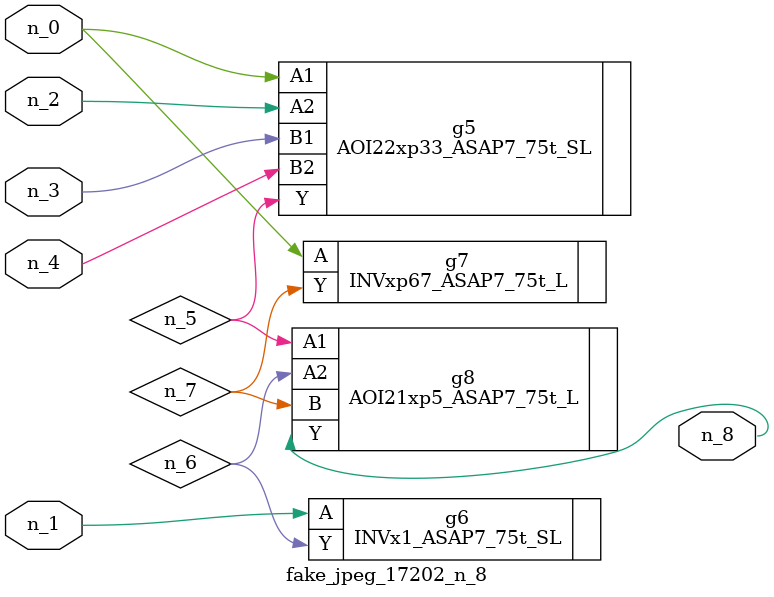
<source format=v>
module fake_jpeg_17202_n_8 (n_3, n_2, n_1, n_0, n_4, n_8);

input n_3;
input n_2;
input n_1;
input n_0;
input n_4;

output n_8;

wire n_6;
wire n_5;
wire n_7;

AOI22xp33_ASAP7_75t_SL g5 ( 
.A1(n_0),
.A2(n_2),
.B1(n_3),
.B2(n_4),
.Y(n_5)
);

INVx1_ASAP7_75t_SL g6 ( 
.A(n_1),
.Y(n_6)
);

INVxp67_ASAP7_75t_L g7 ( 
.A(n_0),
.Y(n_7)
);

AOI21xp5_ASAP7_75t_L g8 ( 
.A1(n_5),
.A2(n_6),
.B(n_7),
.Y(n_8)
);


endmodule
</source>
